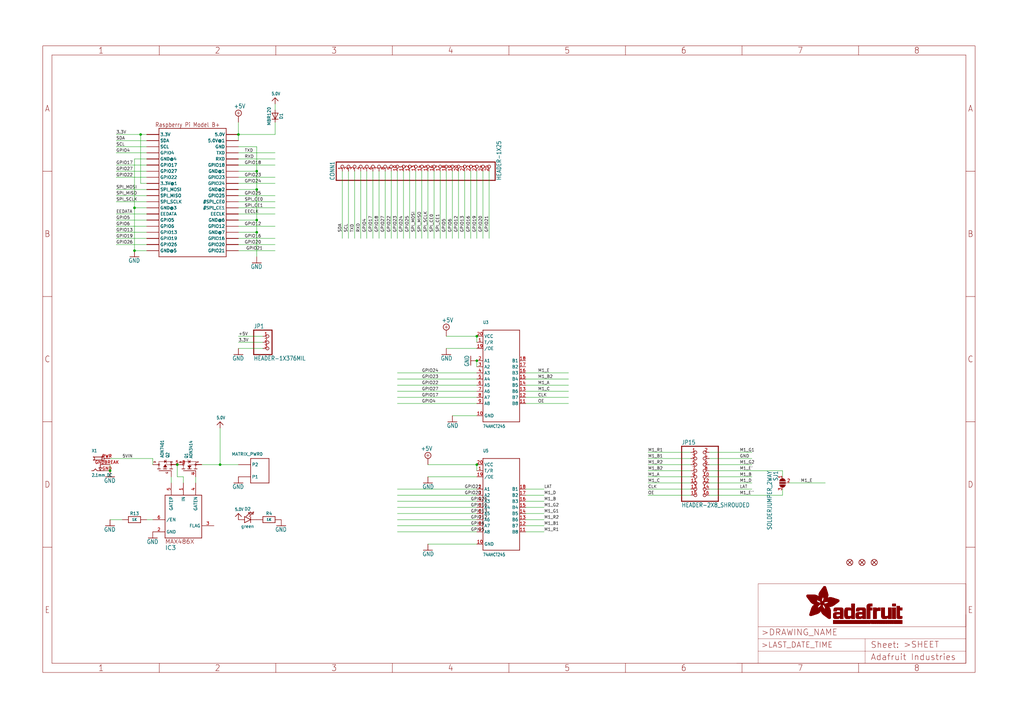
<source format=kicad_sch>
(kicad_sch (version 20211123) (generator eeschema)
  (paper "User" 425.45 299.161)
  (lib_symbols
    (symbol "eagleSchem-eagle-import:+5V" (power)
      (property "Value" "+5V" (at -1.905 3.175 0))
      (symbol "+5V_1_0"
        (pin power_in line (at 0 -2.54 90) (length 2.54) (name "+5V") (number "1"))
      )
    )
    (symbol "eagleSchem-eagle-import:5.0V" (power)
      (property "Value" "5.0V" (at -1.524 1.016 0))
      (symbol "5.0V_1_0"
        (pin power_in line (at 0 -2.54 90) (length 2.54) (name "5.0V") (number "1"))
      )
    )
    (symbol "eagleSchem-eagle-import:74LCX245"
      (property "Reference" "U" (at -7.62 22.86 0))
      (property "Value" "74LCX245" (at -7.62 -20.32 0))
      (symbol "74LCX245_1_0"
        (pin bidirectional line (at -10.16 15.24 0) (length 2.54) (name "T/R") (number "1"))
        (pin bidirectional line (at -10.16 -15.24 0) (length 2.54) (name "GND") (number "10"))
        (pin bidirectional line (at 10.16 -10.16 180) (length 2.54) (name "B8") (number "11"))
        (pin bidirectional line (at 10.16 -7.62 180) (length 2.54) (name "B7") (number "12"))
        (pin bidirectional line (at 10.16 -5.08 180) (length 2.54) (name "B6") (number "13"))
        (pin bidirectional line (at 10.16 -2.54 180) (length 2.54) (name "B5") (number "14"))
        (pin bidirectional line (at 10.16 0 180) (length 2.54) (name "B4") (number "15"))
        (pin bidirectional line (at 10.16 2.54 180) (length 2.54) (name "B3") (number "16"))
        (pin bidirectional line (at 10.16 5.08 180) (length 2.54) (name "B2") (number "17"))
        (pin bidirectional line (at 10.16 7.62 180) (length 2.54) (name "B1") (number "18"))
        (pin bidirectional line (at -10.16 12.7 0) (length 2.54) (name "/OE") (number "19"))
        (pin bidirectional line (at -10.16 7.62 0) (length 2.54) (name "A1") (number "2"))
        (pin bidirectional line (at -10.16 17.78 0) (length 2.54) (name "VCC") (number "20"))
        (pin bidirectional line (at -10.16 5.08 0) (length 2.54) (name "A2") (number "3"))
        (pin bidirectional line (at -10.16 2.54 0) (length 2.54) (name "A3") (number "4"))
        (pin bidirectional line (at -10.16 0 0) (length 2.54) (name "A4") (number "5"))
        (pin bidirectional line (at -10.16 -2.54 0) (length 2.54) (name "A5") (number "6"))
        (pin bidirectional line (at -10.16 -5.08 0) (length 2.54) (name "A6") (number "7"))
        (pin bidirectional line (at -10.16 -7.62 0) (length 2.54) (name "A7") (number "8"))
        (pin bidirectional line (at -10.16 -10.16 0) (length 2.54) (name "A8") (number "9"))
      )
    )
    (symbol "eagleSchem-eagle-import:DCBARRELPTH"
      (property "Reference" "X" (at -5.08 5.08 0))
      (property "Value" "DCBARRELPTH" (at -5.08 -5.08 0))
      (symbol "DCBARRELPTH_1_0"
        (pin power_in line (at 2.54 -2.54 180) (length 2.54) (name "GND") (number "GND"))
        (pin power_in line (at 2.54 0 180) (length 2.54) (name "GNDBREAK") (number "GNDBREAK"))
        (pin power_in line (at 2.54 2.54 180) (length 2.54) (name "PWR") (number "PWR"))
      )
    )
    (symbol "eagleSchem-eagle-import:DIODESOD-123"
      (property "Reference" "D" (at 0 2.54 0))
      (property "Value" "DIODESOD-123" (at 0 -2.5 0))
      (symbol "DIODESOD-123_1_0"
        (pin passive line (at -2.54 0 0) (length 2.54) (name "A") (number "A"))
        (pin passive line (at 2.54 0 180) (length 2.54) (name "C") (number "C"))
      )
    )
    (symbol "eagleSchem-eagle-import:FIDUCIAL_1MM")
    (symbol "eagleSchem-eagle-import:FRAME_A3_ADAFRUIT"
      (symbol "FRAME_A3_ADAFRUIT_0_0"
        (text "1" (at 24.2094 1.905 0) (effects (font (size 2.54 2.286))))
        (text "1" (at 24.2094 258.445 0) (effects (font (size 2.54 2.286))))
        (text "2" (at 72.6281 1.905 0) (effects (font (size 2.54 2.286))))
        (text "2" (at 72.6281 258.445 0) (effects (font (size 2.54 2.286))))
        (text "3" (at 121.0469 1.905 0) (effects (font (size 2.54 2.286))))
        (text "3" (at 121.0469 258.445 0) (effects (font (size 2.54 2.286))))
        (text "4" (at 169.4656 1.905 0) (effects (font (size 2.54 2.286))))
        (text "4" (at 169.4656 258.445 0) (effects (font (size 2.54 2.286))))
        (text "5" (at 217.8844 1.905 0) (effects (font (size 2.54 2.286))))
        (text "5" (at 217.8844 258.445 0) (effects (font (size 2.54 2.286))))
        (text "6" (at 266.3031 1.905 0) (effects (font (size 2.54 2.286))))
        (text "6" (at 266.3031 258.445 0) (effects (font (size 2.54 2.286))))
        (text "7" (at 314.7219 1.905 0) (effects (font (size 2.54 2.286))))
        (text "7" (at 314.7219 258.445 0) (effects (font (size 2.54 2.286))))
        (text "8" (at 363.1406 1.905 0) (effects (font (size 2.54 2.286))))
        (text "8" (at 363.1406 258.445 0) (effects (font (size 2.54 2.286))))
        (text "A" (at 1.905 234.315 0) (effects (font (size 2.54 2.286))))
        (text "A" (at 385.445 234.315 0) (effects (font (size 2.54 2.286))))
        (text "B" (at 1.905 182.245 0) (effects (font (size 2.54 2.286))))
        (text "B" (at 385.445 182.245 0) (effects (font (size 2.54 2.286))))
        (text "C" (at 1.905 130.175 0) (effects (font (size 2.54 2.286))))
        (text "C" (at 385.445 130.175 0) (effects (font (size 2.54 2.286))))
        (text "D" (at 1.905 78.105 0) (effects (font (size 2.54 2.286))))
        (text "D" (at 385.445 78.105 0) (effects (font (size 2.54 2.286))))
        (text "E" (at 1.905 26.035 0) (effects (font (size 2.54 2.286))))
        (text "E" (at 385.445 26.035 0) (effects (font (size 2.54 2.286))))
      )
      (symbol "FRAME_A3_ADAFRUIT_1_0"
        (text ">DRAWING_NAME" (at 298.45 15.24 0) (effects (font (size 2.54 2.54)) (justify left bottom)))
        (text ">LAST_DATE_TIME" (at 298.45 10.16 0) (effects (font (size 2.286 2.286)) (justify left bottom)))
        (text ">SHEET" (at 357.505 10.16 0) (effects (font (size 2.54 2.54)) (justify left bottom)))
        (text "Adafruit Industries" (at 343.916 4.953 0) (effects (font (size 2.54 2.54)) (justify left bottom)))
        (text "Sheet:" (at 343.916 10.033 0) (effects (font (size 2.54 2.54)) (justify left bottom)))
      )
    )
    (symbol "eagleSchem-eagle-import:GND" (power)
      (property "Value" "GND" (at -2.54 -2.54 0))
      (symbol "GND_1_0"
        (pin power_in line (at 0 2.54 270) (length 2.54) (name "GND") (number "1"))
      )
    )
    (symbol "eagleSchem-eagle-import:HEADER-1X25"
      (property "Reference" "CONN" (at -3.81 33.655 0))
      (property "Value" "HEADER-1X25" (at -3.81 -35.56 0))
      (symbol "HEADER-1X25_1_0"
        (pin passive inverted (at 0 30.48 0) (length 2.54) (name "1") (number "1"))
        (pin passive inverted (at 0 7.62 0) (length 2.54) (name "10") (number "10"))
        (pin passive inverted (at 0 5.08 0) (length 2.54) (name "11") (number "11"))
        (pin passive inverted (at 0 2.54 0) (length 2.54) (name "12") (number "12"))
        (pin passive inverted (at 0 0 0) (length 2.54) (name "13") (number "13"))
        (pin passive inverted (at 0 -2.54 0) (length 2.54) (name "14") (number "14"))
        (pin passive inverted (at 0 -5.08 0) (length 2.54) (name "15") (number "15"))
        (pin passive inverted (at 0 -7.62 0) (length 2.54) (name "16") (number "16"))
        (pin passive inverted (at 0 -10.16 0) (length 2.54) (name "17") (number "17"))
        (pin passive inverted (at 0 -12.7 0) (length 2.54) (name "18") (number "18"))
        (pin passive inverted (at 0 -15.24 0) (length 2.54) (name "19") (number "19"))
        (pin passive inverted (at 0 27.94 0) (length 2.54) (name "2") (number "2"))
        (pin passive inverted (at 0 -17.78 0) (length 2.54) (name "20") (number "20"))
        (pin passive inverted (at 0 -20.32 0) (length 2.54) (name "21") (number "21"))
        (pin passive inverted (at 0 -22.86 0) (length 2.54) (name "22") (number "22"))
        (pin passive inverted (at 0 -25.4 0) (length 2.54) (name "23") (number "23"))
        (pin passive inverted (at 0 -27.94 0) (length 2.54) (name "24") (number "24"))
        (pin passive inverted (at 0 -30.48 0) (length 2.54) (name "25") (number "25"))
        (pin passive inverted (at 0 25.4 0) (length 2.54) (name "3") (number "3"))
        (pin passive inverted (at 0 22.86 0) (length 2.54) (name "4") (number "4"))
        (pin passive inverted (at 0 20.32 0) (length 2.54) (name "5") (number "5"))
        (pin passive inverted (at 0 17.78 0) (length 2.54) (name "6") (number "6"))
        (pin passive inverted (at 0 15.24 0) (length 2.54) (name "7") (number "7"))
        (pin passive inverted (at 0 12.7 0) (length 2.54) (name "8") (number "8"))
        (pin passive inverted (at 0 10.16 0) (length 2.54) (name "9") (number "9"))
      )
    )
    (symbol "eagleSchem-eagle-import:HEADER-1X376MIL"
      (property "Reference" "JP" (at -6.35 5.715 0))
      (property "Value" "HEADER-1X376MIL" (at -6.35 -7.62 0))
      (symbol "HEADER-1X376MIL_1_0"
        (pin passive inverted (at -2.54 2.54 0) (length 2.54) (name "1") (number "1"))
        (pin passive inverted (at -2.54 0 0) (length 2.54) (name "2") (number "2"))
        (pin passive inverted (at -2.54 -2.54 0) (length 2.54) (name "3") (number "3"))
      )
    )
    (symbol "eagleSchem-eagle-import:HEADER-2X8_SHROUDED"
      (property "Reference" "JP" (at -8.89 10.795 0))
      (property "Value" "HEADER-2X8_SHROUDED" (at -8.89 -15.24 0))
      (symbol "HEADER-2X8_SHROUDED_1_0"
        (pin passive inverted (at -5.08 7.62 0) (length 2.54) (name "1") (number "1"))
        (pin passive inverted (at 2.54 -2.54 180) (length 2.54) (name "10") (number "10"))
        (pin passive inverted (at -5.08 -5.08 0) (length 2.54) (name "11") (number "11"))
        (pin passive inverted (at 2.54 -5.08 180) (length 2.54) (name "12") (number "12"))
        (pin passive inverted (at -5.08 -7.62 0) (length 2.54) (name "13") (number "13"))
        (pin passive inverted (at 2.54 -7.62 180) (length 2.54) (name "14") (number "14"))
        (pin passive inverted (at -5.08 -10.16 0) (length 2.54) (name "15") (number "15"))
        (pin passive inverted (at 2.54 -10.16 180) (length 2.54) (name "16") (number "16"))
        (pin passive inverted (at 2.54 7.62 180) (length 2.54) (name "2") (number "2"))
        (pin passive inverted (at -5.08 5.08 0) (length 2.54) (name "3") (number "3"))
        (pin passive inverted (at 2.54 5.08 180) (length 2.54) (name "4") (number "4"))
        (pin passive inverted (at -5.08 2.54 0) (length 2.54) (name "5") (number "5"))
        (pin passive inverted (at 2.54 2.54 180) (length 2.54) (name "6") (number "6"))
        (pin passive inverted (at -5.08 0 0) (length 2.54) (name "7") (number "7"))
        (pin passive inverted (at 2.54 0 180) (length 2.54) (name "8") (number "8"))
        (pin passive inverted (at -5.08 -2.54 0) (length 2.54) (name "9") (number "9"))
      )
    )
    (symbol "eagleSchem-eagle-import:LED0805_NOOUTLINE"
      (property "Reference" "D" (at -1.27 4.445 0))
      (property "Value" "LED0805_NOOUTLINE" (at -1.27 -2.794 0))
      (symbol "LED0805_NOOUTLINE_1_0"
        (pin passive line (at -5.08 0 0) (length 2.54) (name "A") (number "A"))
        (pin passive line (at 2.54 0 180) (length 2.54) (name "C") (number "C"))
      )
    )
    (symbol "eagleSchem-eagle-import:MAX486X{slash}SOT"
      (property "Reference" "IC" (at -7.62 -15.24 0))
      (symbol "MAX486X{slash}SOT_1_0"
        (text "MAX486X" (at -7.62 -12.7 0) (effects (font (size 1.778 1.778)) (justify left bottom)))
        (pin input line (at 0 12.7 270) (length 5.08) (name "IN") (number "1"))
        (pin power_in line (at -12.7 -7.62 0) (length 5.08) (name "GND") (number "2"))
        (pin output line (at 12.7 -5.08 180) (length 5.08) (name "FLAG") (number "3"))
        (pin output line (at 5.08 12.7 270) (length 5.08) (name "GATEN") (number "4"))
        (pin output line (at -5.08 12.7 270) (length 5.08) (name "GATEP") (number "5"))
        (pin input line (at -12.7 -2.54 0) (length 5.08) (name "/EN") (number "6"))
      )
    )
    (symbol "eagleSchem-eagle-import:MOSFET-NPOWERPAK-1212-8"
      (property "Reference" "Q" (at 5.08 0.635 0))
      (property "Value" "MOSFET-NPOWERPAK-1212-8" (at 5.08 -1.27 0))
      (symbol "MOSFET-NPOWERPAK-1212-8_1_0"
        (text "D" (at 3.175 3.175 0) (effects (font (size 0.8128 0.6908)) (justify left bottom)))
        (text "G" (at -1.27 -1.905 0) (effects (font (size 0.8128 0.6908)) (justify left bottom)))
        (text "S" (at 3.175 -3.81 0) (effects (font (size 0.8128 0.6908)) (justify left bottom)))
        (pin bidirectional line (at 2.54 -5.08 90) (length 2.54) (name "S") (number "1"))
        (pin bidirectional line (at 2.54 -5.08 90) (length 2.54) (name "S") (number "2"))
        (pin bidirectional line (at 2.54 -5.08 90) (length 2.54) (name "S") (number "3"))
        (pin bidirectional line (at -2.54 -2.54 0) (length 2.54) (name "G") (number "4"))
        (pin bidirectional line (at 2.54 5.08 270) (length 2.54) (name "D") (number "5-8"))
      )
    )
    (symbol "eagleSchem-eagle-import:MOSFET-P-POWERDI3333"
      (property "Reference" "Q" (at 2.794 0.381 0))
      (property "Value" "MOSFET-P-POWERDI3333" (at 2.794 -1.905 0))
      (symbol "MOSFET-P-POWERDI3333_1_0"
        (text "D" (at 0.635 -3.81 0) (effects (font (size 0.8128 0.6908)) (justify left bottom)))
        (text "G" (at -3.81 1.27 0) (effects (font (size 0.8128 0.6908)) (justify left bottom)))
        (text "S" (at 0.635 3.175 0) (effects (font (size 0.8128 0.6908)) (justify left bottom)))
        (pin passive line (at 0 5.08 270) (length 2.54) (name "S") (number "1"))
        (pin passive line (at 0 5.08 270) (length 2.54) (name "S") (number "2"))
        (pin passive line (at 0 5.08 270) (length 2.54) (name "S") (number "3"))
        (pin passive line (at -5.08 2.54 0) (length 2.54) (name "G") (number "4"))
        (pin passive line (at 0 -5.08 90) (length 2.54) (name "D") (number "5678"))
      )
    )
    (symbol "eagleSchem-eagle-import:PINHEAD"
      (symbol "PINHEAD_1_0"
        (pin bidirectional line (at 7.62 2.54 180) (length 5.08) (name "P1") (number "P$3"))
        (pin bidirectional line (at 7.62 -2.54 180) (length 5.08) (name "P2") (number "P$4"))
      )
    )
    (symbol "eagleSchem-eagle-import:RASPBERRYPI_BPLUS_BONNET_THMSMT"
      (symbol "RASPBERRYPI_BPLUS_BONNET_THMSMT_1_0"
        (text "Raspberry Pi Model B+" (at 12.7 25.4 0) (effects (font (size 1.778 1.5113)) (justify right top)))
        (pin power_in line (at -17.78 20.32 0) (length 5.08) (name "3.3V") (number "1"))
        (pin bidirectional line (at 20.32 10.16 180) (length 5.08) (name "RXD") (number "10"))
        (pin bidirectional line (at -17.78 7.62 0) (length 5.08) (name "GPIO17") (number "11"))
        (pin bidirectional line (at 20.32 7.62 180) (length 5.08) (name "GPIO18") (number "12"))
        (pin bidirectional line (at -17.78 5.08 0) (length 5.08) (name "GPIO27") (number "13"))
        (pin power_in line (at 20.32 5.08 180) (length 5.08) (name "GND@1") (number "14"))
        (pin bidirectional line (at -17.78 2.54 0) (length 5.08) (name "GPIO22") (number "15"))
        (pin bidirectional line (at 20.32 2.54 180) (length 5.08) (name "GPIO23") (number "16"))
        (pin power_in line (at -17.78 0 0) (length 5.08) (name "3.3V@1") (number "17"))
        (pin bidirectional line (at 20.32 0 180) (length 5.08) (name "GPIO24") (number "18"))
        (pin bidirectional line (at -17.78 -2.54 0) (length 5.08) (name "SPI_MOSI") (number "19"))
        (pin power_in line (at 20.32 20.32 180) (length 5.08) (name "5.0V") (number "2"))
        (pin power_in line (at 20.32 -2.54 180) (length 5.08) (name "GND@2") (number "20"))
        (pin bidirectional line (at -17.78 -5.08 0) (length 5.08) (name "SPI_MISO") (number "21"))
        (pin bidirectional line (at 20.32 -5.08 180) (length 5.08) (name "GPIO25") (number "22"))
        (pin bidirectional line (at -17.78 -7.62 0) (length 5.08) (name "SPI_SCLK") (number "23"))
        (pin bidirectional line (at 20.32 -7.62 180) (length 5.08) (name "#SPI_CE0") (number "24"))
        (pin power_in line (at -17.78 -10.16 0) (length 5.08) (name "GND@3") (number "25"))
        (pin bidirectional line (at 20.32 -10.16 180) (length 5.08) (name "#SPI_CE1") (number "26"))
        (pin bidirectional line (at -17.78 -12.7 0) (length 5.08) (name "EEDATA") (number "27"))
        (pin bidirectional line (at 20.32 -12.7 180) (length 5.08) (name "EECLK") (number "28"))
        (pin bidirectional line (at -17.78 -15.24 0) (length 5.08) (name "GPIO5") (number "29"))
        (pin bidirectional line (at -17.78 17.78 0) (length 5.08) (name "SDA") (number "3"))
        (pin power_in line (at 20.32 -15.24 180) (length 5.08) (name "GND@6") (number "30"))
        (pin bidirectional line (at -17.78 -17.78 0) (length 5.08) (name "GPIO6") (number "31"))
        (pin bidirectional line (at 20.32 -17.78 180) (length 5.08) (name "GPIO12") (number "32"))
        (pin bidirectional line (at -17.78 -20.32 0) (length 5.08) (name "GPIO13") (number "33"))
        (pin power_in line (at 20.32 -20.32 180) (length 5.08) (name "GND@7") (number "34"))
        (pin bidirectional line (at -17.78 -22.86 0) (length 5.08) (name "GPIO19") (number "35"))
        (pin bidirectional line (at 20.32 -22.86 180) (length 5.08) (name "GPIO16") (number "36"))
        (pin bidirectional line (at -17.78 -25.4 0) (length 5.08) (name "GPIO26") (number "37"))
        (pin bidirectional line (at 20.32 -25.4 180) (length 5.08) (name "GPIO20") (number "38"))
        (pin power_in line (at -17.78 -27.94 0) (length 5.08) (name "GND@5") (number "39"))
        (pin power_in line (at 20.32 17.78 180) (length 5.08) (name "5.0V@1") (number "4"))
        (pin bidirectional line (at 20.32 -27.94 180) (length 5.08) (name "GPIO21") (number "40"))
        (pin bidirectional line (at -17.78 15.24 0) (length 5.08) (name "SCL") (number "5"))
        (pin power_in line (at 20.32 15.24 180) (length 5.08) (name "GND") (number "6"))
        (pin bidirectional line (at -17.78 12.7 0) (length 5.08) (name "GPIO4") (number "7"))
        (pin bidirectional line (at 20.32 12.7 180) (length 5.08) (name "TXD") (number "8"))
        (pin power_in line (at -17.78 10.16 0) (length 5.08) (name "GND@4") (number "9"))
        (pin power_in line (at -17.78 20.32 0) (length 5.08) (name "3.3V") (number "S1"))
        (pin bidirectional line (at 20.32 10.16 180) (length 5.08) (name "RXD") (number "S10"))
        (pin bidirectional line (at -17.78 7.62 0) (length 5.08) (name "GPIO17") (number "S11"))
        (pin bidirectional line (at 20.32 7.62 180) (length 5.08) (name "GPIO18") (number "S12"))
        (pin bidirectional line (at -17.78 5.08 0) (length 5.08) (name "GPIO27") (number "S13"))
        (pin power_in line (at 20.32 5.08 180) (length 5.08) (name "GND@1") (number "S14"))
        (pin bidirectional line (at -17.78 2.54 0) (length 5.08) (name "GPIO22") (number "S15"))
        (pin bidirectional line (at 20.32 2.54 180) (length 5.08) (name "GPIO23") (number "S16"))
        (pin power_in line (at -17.78 0 0) (length 5.08) (name "3.3V@1") (number "S17"))
        (pin bidirectional line (at 20.32 0 180) (length 5.08) (name "GPIO24") (number "S18"))
        (pin bidirectional line (at -17.78 -2.54 0) (length 5.08) (name "SPI_MOSI") (number "S19"))
        (pin power_in line (at 20.32 20.32 180) (length 5.08) (name "5.0V") (number "S2"))
        (pin power_in line (at 20.32 -2.54 180) (length 5.08) (name "GND@2") (number "S20"))
        (pin bidirectional line (at -17.78 -5.08 0) (length 5.08) (name "SPI_MISO") (number "S21"))
        (pin bidirectional line (at 20.32 -5.08 180) (length 5.08) (name "GPIO25") (number "S22"))
        (pin bidirectional line (at -17.78 -7.62 0) (length 5.08) (name "SPI_SCLK") (number "S23"))
        (pin bidirectional line (at 20.32 -7.62 180) (length 5.08) (name "#SPI_CE0") (number "S24"))
        (pin power_in line (at -17.78 -10.16 0) (length 5.08) (name "GND@3") (number "S25"))
        (pin bidirectional line (at 20.32 -10.16 180) (length 5.08) (name "#SPI_CE1") (number "S26"))
        (pin bidirectional line (at -17.78 -12.7 0) (length 5.08) (name "EEDATA") (number "S27"))
        (pin bidirectional line (at 20.32 -12.7 180) (length 5.08) (name "EECLK") (number "S28"))
        (pin bidirectional line (at -17.78 -15.24 0) (length 5.08) (name "GPIO5") (number "S29"))
        (pin bidirectional line (at -17.78 17.78 0) (length 5.08) (name "SDA") (number "S3"))
        (pin power_in line (at 20.32 -15.24 180) (length 5.08) (name "GND@6") (number "S30"))
        (pin bidirectional line (at -17.78 -17.78 0) (length 5.08) (name "GPIO6") (number "S31"))
        (pin bidirectional line (at 20.32 -17.78 180) (length 5.08) (name "GPIO12") (number "S32"))
        (pin bidirectional line (at -17.78 -20.32 0) (length 5.08) (name "GPIO13") (number "S33"))
        (pin power_in line (at 20.32 -20.32 180) (length 5.08) (name "GND@7") (number "S34"))
        (pin bidirectional line (at -17.78 -22.86 0) (length 5.08) (name "GPIO19") (number "S35"))
        (pin bidirectional line (at 20.32 -22.86 180) (length 5.08) (name "GPIO16") (number "S36"))
        (pin bidirectional line (at -17.78 -25.4 0) (length 5.08) (name "GPIO26") (number "S37"))
        (pin bidirectional line (at 20.32 -25.4 180) (length 5.08) (name "GPIO20") (number "S38"))
        (pin power_in line (at -17.78 -27.94 0) (length 5.08) (name "GND@5") (number "S39"))
        (pin power_in line (at 20.32 17.78 180) (length 5.08) (name "5.0V@1") (number "S4"))
        (pin bidirectional line (at 20.32 -27.94 180) (length 5.08) (name "GPIO21") (number "S40"))
        (pin bidirectional line (at -17.78 15.24 0) (length 5.08) (name "SCL") (number "S5"))
        (pin power_in line (at 20.32 15.24 180) (length 5.08) (name "GND") (number "S6"))
        (pin bidirectional line (at -17.78 12.7 0) (length 5.08) (name "GPIO4") (number "S7"))
        (pin bidirectional line (at 20.32 12.7 180) (length 5.08) (name "TXD") (number "S8"))
        (pin power_in line (at -17.78 10.16 0) (length 5.08) (name "GND@4") (number "S9"))
      )
    )
    (symbol "eagleSchem-eagle-import:RESISTOR0805_NOOUTLINE"
      (property "Reference" "R" (at 0 2.54 0))
      (property "Value" "RESISTOR0805_NOOUTLINE" (at 0 0 0))
      (symbol "RESISTOR0805_NOOUTLINE_1_0"
        (pin passive line (at -5.08 0 0) (length 2.54) (name "1") (number "1"))
        (pin passive line (at 5.08 0 180) (length 2.54) (name "2") (number "2"))
      )
    )
    (symbol "eagleSchem-eagle-import:SOLDERJUMPER_2WAY"
      (property "Reference" "SJ" (at -5.08 -3.81 0))
      (property "Value" "SOLDERJUMPER_2WAY" (at -5.08 -6.35 0))
      (symbol "SOLDERJUMPER_2WAY_1_0"
        (pin passive line (at -2.54 0 0) (length 0) (name "1") (number "1"))
        (pin passive line (at 0 2.54 270) (length 0) (name "2") (number "2"))
        (pin passive line (at 2.54 0 180) (length 0) (name "3") (number "3"))
      )
    )
  )
  (junction (at 73.66 193.04))
  (junction (at 106.68 71.12))
  (junction (at 99.06 55.88))
  (junction (at 91.44 193.04))
  (junction (at 106.68 91.44))
  (junction (at 198.12 139.7))
  (junction (at 58.42 55.88))
  (junction (at 55.88 86.36))
  (junction (at 106.68 78.74))
  (junction (at 198.12 149.86))
  (junction (at 55.88 104.14))
  (junction (at 198.12 193.04))
  (junction (at 45.72 195.58))
  (junction (at 106.68 96.52))
  (wire (pts (xy 99.06 88.9) (xy 114.3 88.9)))
  (wire (pts (xy 60.96 60.96) (xy 48.26 60.96)))
  (wire (pts (xy 165.1 162.56) (xy 198.12 162.56)))
  (wire (pts (xy 198.12 195.58) (xy 198.12 193.04)))
  (wire (pts (xy 269.24 195.58) (xy 287.02 195.58)))
  (wire (pts (xy 198.12 208.28) (xy 165.1 208.28)))
  (wire (pts (xy 198.12 165.1) (xy 165.1 165.1)))
  (wire (pts (xy 165.1 205.74) (xy 198.12 205.74)))
  (wire (pts (xy 218.44 167.64) (xy 236.22 167.64)))
  (wire (pts (xy 177.8 198.12) (xy 198.12 198.12)))
  (wire (pts (xy 81.28 198.12) (xy 81.28 200.66)))
  (wire (pts (xy 60.96 73.66) (xy 48.26 73.66)))
  (wire (pts (xy 106.68 91.44) (xy 106.68 96.52)))
  (wire (pts (xy 106.68 78.74) (xy 106.68 91.44)))
  (wire (pts (xy 198.12 167.64) (xy 165.1 167.64)))
  (wire (pts (xy 48.26 93.98) (xy 60.96 93.98)))
  (wire (pts (xy 218.44 203.2) (xy 226.06 203.2)))
  (wire (pts (xy 114.3 43.18) (xy 114.3 45.72)))
  (wire (pts (xy 198.12 149.86) (xy 198.12 152.4)))
  (wire (pts (xy 76.2 198.12) (xy 76.2 200.66)))
  (wire (pts (xy 99.06 60.96) (xy 106.68 60.96)))
  (wire (pts (xy 187.96 99.06) (xy 187.96 71.12)))
  (wire (pts (xy 287.02 193.04) (xy 269.24 193.04)))
  (wire (pts (xy 99.06 139.7) (xy 109.22 139.7)))
  (wire (pts (xy 60.96 88.9) (xy 48.26 88.9)))
  (wire (pts (xy 50.8 215.9) (xy 45.72 215.9)))
  (wire (pts (xy 236.22 162.56) (xy 218.44 162.56)))
  (wire (pts (xy 60.96 63.5) (xy 48.26 63.5)))
  (wire (pts (xy 198.12 154.94) (xy 165.1 154.94)))
  (wire (pts (xy 55.88 86.36) (xy 55.88 104.14)))
  (wire (pts (xy 287.02 187.96) (xy 269.24 187.96)))
  (wire (pts (xy 198.12 99.06) (xy 198.12 71.12)))
  (wire (pts (xy 218.44 165.1) (xy 236.22 165.1)))
  (wire (pts (xy 48.26 71.12) (xy 60.96 71.12)))
  (wire (pts (xy 177.8 193.04) (xy 198.12 193.04)))
  (wire (pts (xy 312.42 198.12) (xy 294.64 198.12)))
  (wire (pts (xy 185.42 144.78) (xy 198.12 144.78)))
  (wire (pts (xy 99.06 101.6) (xy 114.3 101.6)))
  (wire (pts (xy 198.12 220.98) (xy 165.1 220.98)))
  (wire (pts (xy 45.72 193.04) (xy 45.72 195.58)))
  (wire (pts (xy 187.96 172.72) (xy 198.12 172.72)))
  (wire (pts (xy 60.96 104.14) (xy 55.88 104.14)))
  (wire (pts (xy 60.96 215.9) (xy 63.5 215.9)))
  (wire (pts (xy 195.58 71.12) (xy 195.58 99.06)))
  (wire (pts (xy 99.06 68.58) (xy 114.3 68.58)))
  (wire (pts (xy 198.12 210.82) (xy 165.1 210.82)))
  (wire (pts (xy 99.06 50.8) (xy 99.06 55.88)))
  (wire (pts (xy 167.64 99.06) (xy 167.64 71.12)))
  (wire (pts (xy 73.66 193.04) (xy 73.66 198.12)))
  (wire (pts (xy 327.66 200.66) (xy 342.9 200.66)))
  (wire (pts (xy 198.12 157.48) (xy 165.1 157.48)))
  (wire (pts (xy 218.44 160.02) (xy 236.22 160.02)))
  (wire (pts (xy 60.96 55.88) (xy 58.42 55.88)))
  (wire (pts (xy 142.24 71.12) (xy 142.24 99.06)))
  (wire (pts (xy 287.02 198.12) (xy 269.24 198.12)))
  (wire (pts (xy 45.72 190.5) (xy 63.5 190.5)))
  (wire (pts (xy 106.68 71.12) (xy 106.68 78.74)))
  (wire (pts (xy 48.26 91.44) (xy 60.96 91.44)))
  (wire (pts (xy 218.44 218.44) (xy 226.06 218.44)))
  (wire (pts (xy 294.64 195.58) (xy 325.12 195.58)))
  (wire (pts (xy 60.96 68.58) (xy 48.26 68.58)))
  (wire (pts (xy 325.12 203.2) (xy 325.12 205.74)))
  (wire (pts (xy 269.24 205.74) (xy 287.02 205.74)))
  (wire (pts (xy 218.44 154.94) (xy 236.22 154.94)))
  (wire (pts (xy 83.82 193.04) (xy 91.44 193.04)))
  (wire (pts (xy 91.44 193.04) (xy 99.06 193.04)))
  (wire (pts (xy 106.68 96.52) (xy 106.68 106.68)))
  (wire (pts (xy 99.06 99.06) (xy 114.3 99.06)))
  (wire (pts (xy 226.06 210.82) (xy 218.44 210.82)))
  (wire (pts (xy 157.48 99.06) (xy 157.48 71.12)))
  (wire (pts (xy 269.24 190.5) (xy 287.02 190.5)))
  (wire (pts (xy 99.06 63.5) (xy 114.3 63.5)))
  (wire (pts (xy 198.12 203.2) (xy 165.1 203.2)))
  (wire (pts (xy 294.64 200.66) (xy 312.42 200.66)))
  (wire (pts (xy 99.06 86.36) (xy 114.3 86.36)))
  (wire (pts (xy 312.42 187.96) (xy 294.64 187.96)))
  (wire (pts (xy 58.42 55.88) (xy 48.26 55.88)))
  (wire (pts (xy 182.88 99.06) (xy 182.88 71.12)))
  (wire (pts (xy 144.78 99.06) (xy 144.78 71.12)))
  (wire (pts (xy 236.22 157.48) (xy 218.44 157.48)))
  (wire (pts (xy 185.42 139.7) (xy 198.12 139.7)))
  (wire (pts (xy 226.06 215.9) (xy 218.44 215.9)))
  (wire (pts (xy 287.02 203.2) (xy 269.24 203.2)))
  (wire (pts (xy 48.26 101.6) (xy 60.96 101.6)))
  (wire (pts (xy 198.12 213.36) (xy 165.1 213.36)))
  (wire (pts (xy 172.72 99.06) (xy 172.72 71.12)))
  (wire (pts (xy 190.5 71.12) (xy 190.5 99.06)))
  (wire (pts (xy 325.12 195.58) (xy 325.12 198.12)))
  (wire (pts (xy 60.96 58.42) (xy 48.26 58.42)))
  (wire (pts (xy 55.88 66.04) (xy 60.96 66.04)))
  (wire (pts (xy 58.42 76.2) (xy 58.42 55.88)))
  (wire (pts (xy 149.86 99.06) (xy 149.86 71.12)))
  (wire (pts (xy 99.06 78.74) (xy 106.68 78.74)))
  (wire (pts (xy 185.42 71.12) (xy 185.42 99.06)))
  (wire (pts (xy 99.06 58.42) (xy 99.06 55.88)))
  (wire (pts (xy 99.06 71.12) (xy 106.68 71.12)))
  (wire (pts (xy 99.06 144.78) (xy 109.22 144.78)))
  (wire (pts (xy 106.68 60.96) (xy 106.68 71.12)))
  (wire (pts (xy 162.56 99.06) (xy 162.56 71.12)))
  (wire (pts (xy 63.5 193.04) (xy 63.5 190.5)))
  (wire (pts (xy 312.42 193.04) (xy 294.64 193.04)))
  (wire (pts (xy 114.3 50.8) (xy 114.3 55.88)))
  (wire (pts (xy 48.26 78.74) (xy 60.96 78.74)))
  (wire (pts (xy 294.64 190.5) (xy 312.42 190.5)))
  (wire (pts (xy 147.32 71.12) (xy 147.32 99.06)))
  (wire (pts (xy 170.18 71.12) (xy 170.18 99.06)))
  (wire (pts (xy 226.06 220.98) (xy 218.44 220.98)))
  (wire (pts (xy 99.06 91.44) (xy 106.68 91.44)))
  (wire (pts (xy 165.1 160.02) (xy 198.12 160.02)))
  (wire (pts (xy 99.06 96.52) (xy 106.68 96.52)))
  (wire (pts (xy 165.1 71.12) (xy 165.1 99.06)))
  (wire (pts (xy 226.06 208.28) (xy 218.44 208.28)))
  (wire (pts (xy 294.64 205.74) (xy 325.12 205.74)))
  (wire (pts (xy 91.44 193.04) (xy 91.44 177.8)))
  (wire (pts (xy 114.3 66.04) (xy 99.06 66.04)))
  (wire (pts (xy 99.06 76.2) (xy 114.3 76.2)))
  (wire (pts (xy 198.12 218.44) (xy 165.1 218.44)))
  (wire (pts (xy 99.06 81.28) (xy 114.3 81.28)))
  (wire (pts (xy 99.06 83.82) (xy 114.3 83.82)))
  (wire (pts (xy 198.12 142.24) (xy 198.12 139.7)))
  (wire (pts (xy 180.34 71.12) (xy 180.34 99.06)))
  (wire (pts (xy 154.94 99.06) (xy 154.94 71.12)))
  (wire (pts (xy 55.88 86.36) (xy 55.88 66.04)))
  (wire (pts (xy 99.06 104.14) (xy 114.3 104.14)))
  (wire (pts (xy 218.44 213.36) (xy 226.06 213.36)))
  (wire (pts (xy 58.42 76.2) (xy 60.96 76.2)))
  (wire (pts (xy 152.4 71.12) (xy 152.4 99.06)))
  (wire (pts (xy 71.12 198.12) (xy 71.12 200.66)))
  (wire (pts (xy 48.26 96.52) (xy 60.96 96.52)))
  (wire (pts (xy 55.88 86.36) (xy 60.96 86.36)))
  (wire (pts (xy 48.26 99.06) (xy 60.96 99.06)))
  (wire (pts (xy 109.22 142.24) (xy 99.06 142.24)))
  (wire (pts (xy 99.06 93.98) (xy 114.3 93.98)))
  (wire (pts (xy 193.04 99.06) (xy 193.04 71.12)))
  (wire (pts (xy 99.06 55.88) (xy 114.3 55.88)))
  (wire (pts (xy 73.66 198.12) (xy 76.2 198.12)))
  (wire (pts (xy 177.8 99.06) (xy 177.8 71.12)))
  (wire (pts (xy 226.06 205.74) (xy 218.44 205.74)))
  (wire (pts (xy 203.2 99.06) (xy 203.2 71.12)))
  (wire (pts (xy 48.26 83.82) (xy 60.96 83.82)))
  (wire (pts (xy 312.42 203.2) (xy 294.64 203.2)))
  (wire (pts (xy 200.66 71.12) (xy 200.66 99.06)))
  (wire (pts (xy 99.06 73.66) (xy 114.3 73.66)))
  (wire (pts (xy 165.1 215.9) (xy 198.12 215.9)))
  (wire (pts (xy 175.26 71.12) (xy 175.26 99.06)))
  (wire (pts (xy 48.26 81.28) (xy 60.96 81.28)))
  (wire (pts (xy 269.24 200.66) (xy 287.02 200.66)))
  (wire (pts (xy 177.8 226.06) (xy 198.12 226.06)))
  (wire (pts (xy 160.02 71.12) (xy 160.02 99.06)))
  (label "M1_E" (at 223.52 154.94 0) (effects (font (size 1.2446 1.2446))))
  (label "GPIO24" (at 167.64 96.52 90) (effects (font (size 1.2446 1.2446))))
  (label "M1_E" (at 332.74 200.66 0) (effects (font (size 1.2446 1.2446))))
  (label "GPIO26" (at 195.58 208.28 0) (effects (font (size 1.2446 1.2446))))
  (label "GPIO24" (at 101.6 76.2 0) (effects (font (size 1.2446 1.2446))))
  (label "GPIO22" (at 175.26 160.02 0) (effects (font (size 1.2446 1.2446))))
  (label "M1_R2" (at 226.06 215.9 0) (effects (font (size 1.2446 1.2446))))
  (label "M1_D" (at 307.34 200.66 0) (effects (font (size 1.2446 1.2446))))
  (label "LAT" (at 307.34 203.2 0) (effects (font (size 1.2446 1.2446))))
  (label "SDA" (at 142.24 96.52 90) (effects (font (size 1.2446 1.2446))))
  (label "3.3V" (at 48.26 55.88 0) (effects (font (size 1.2446 1.2446))))
  (label "M1_G2" (at 307.34 193.04 0) (effects (font (size 1.2446 1.2446))))
  (label "SDA" (at 48.26 58.42 0) (effects (font (size 1.2446 1.2446))))
  (label "GPIO27" (at 160.02 96.52 90) (effects (font (size 1.2446 1.2446))))
  (label "GPIO5" (at 48.26 91.44 0) (effects (font (size 1.2446 1.2446))))
  (label "GPIO27" (at 48.26 71.12 0) (effects (font (size 1.2446 1.2446))))
  (label "GPIO16" (at 101.6 99.06 0) (effects (font (size 1.2446 1.2446))))
  (label "GPIO12" (at 101.6 93.98 0) (effects (font (size 1.2446 1.2446))))
  (label "GPIO27" (at 175.26 162.56 0) (effects (font (size 1.2446 1.2446))))
  (label "GPIO20" (at 200.66 96.52 90) (effects (font (size 1.2446 1.2446))))
  (label "GPIO4" (at 175.26 167.64 0) (effects (font (size 1.2446 1.2446))))
  (label "RXD" (at 149.86 96.52 90) (effects (font (size 1.2446 1.2446))))
  (label "5VIN" (at 50.8 190.5 0) (effects (font (size 1.2446 1.2446))))
  (label "TXD" (at 101.6 63.5 0) (effects (font (size 1.2446 1.2446))))
  (label "GPIO26" (at 48.26 101.6 0) (effects (font (size 1.2446 1.2446))))
  (label "GPIO18" (at 101.6 68.58 0) (effects (font (size 1.2446 1.2446))))
  (label "SPI_MOSI" (at 172.72 96.52 90) (effects (font (size 1.2446 1.2446))))
  (label "+5V" (at 99.06 139.7 0) (effects (font (size 1.2446 1.2446))))
  (label "GPIO23" (at 175.26 157.48 0) (effects (font (size 1.2446 1.2446))))
  (label "M1_B" (at 307.34 198.12 0) (effects (font (size 1.2446 1.2446))))
  (label "GPIO6" (at 187.96 96.52 90) (effects (font (size 1.2446 1.2446))))
  (label "EECLK" (at 101.6 88.9 0) (effects (font (size 1.2446 1.2446))))
  (label "M1_D" (at 226.06 205.74 0) (effects (font (size 1.2446 1.2446))))
  (label "3.3V" (at 99.06 142.24 0) (effects (font (size 1.2446 1.2446))))
  (label "SPI_CE0" (at 101.6 83.82 0) (effects (font (size 1.2446 1.2446))))
  (label "SPI_CE0" (at 180.34 96.52 90) (effects (font (size 1.2446 1.2446))))
  (label "M1_R1" (at 269.24 187.96 0) (effects (font (size 1.2446 1.2446))))
  (label "SPI_SCLK" (at 48.26 83.82 0) (effects (font (size 1.2446 1.2446))))
  (label "GPIO25" (at 170.18 96.52 90) (effects (font (size 1.2446 1.2446))))
  (label "TXD" (at 147.32 96.52 90) (effects (font (size 1.2446 1.2446))))
  (label "GPIO12" (at 190.5 96.52 90) (effects (font (size 1.2446 1.2446))))
  (label "GPIO17" (at 175.26 165.1 0) (effects (font (size 1.2446 1.2446))))
  (label "M1_R1" (at 226.06 220.98 0) (effects (font (size 1.2446 1.2446))))
  (label "GPIO13" (at 195.58 213.36 0) (effects (font (size 1.2446 1.2446))))
  (label "GPIO20" (at 193.04 205.74 0) (effects (font (size 1.2446 1.2446))))
  (label "GPIO20" (at 101.6 101.6 0) (effects (font (size 1.2446 1.2446))))
  (label "M1_B2" (at 223.52 157.48 0) (effects (font (size 1.2446 1.2446))))
  (label "GPIO6" (at 195.58 218.44 0) (effects (font (size 1.2446 1.2446))))
  (label "GPIO16" (at 195.58 96.52 90) (effects (font (size 1.2446 1.2446))))
  (label "GPIO23" (at 101.6 73.66 0) (effects (font (size 1.2446 1.2446))))
  (label "GPIO19" (at 48.26 99.06 0) (effects (font (size 1.2446 1.2446))))
  (label "GPIO25" (at 101.6 81.28 0) (effects (font (size 1.2446 1.2446))))
  (label "M1_E''" (at 307.34 205.74 0) (effects (font (size 1.2446 1.2446))))
  (label "EEDATA" (at 48.26 88.9 0) (effects (font (size 1.2446 1.2446))))
  (label "GPIO4" (at 48.26 63.5 0) (effects (font (size 1.2446 1.2446))))
  (label "M1_C" (at 269.24 200.66 0) (effects (font (size 1.2446 1.2446))))
  (label "SPI_MISO" (at 48.26 81.28 0) (effects (font (size 1.2446 1.2446))))
  (label "GND" (at 307.34 190.5 0) (effects (font (size 1.2446 1.2446))))
  (label "GPIO13" (at 193.04 96.52 90) (effects (font (size 1.2446 1.2446))))
  (label "M1_R2" (at 269.24 193.04 0) (effects (font (size 1.2446 1.2446))))
  (label "GPIO19" (at 198.12 96.52 90) (effects (font (size 1.2446 1.2446))))
  (label "M1_B1" (at 226.06 218.44 0) (effects (font (size 1.2446 1.2446))))
  (label "GPIO16" (at 195.58 210.82 0) (effects (font (size 1.2446 1.2446))))
  (label "GPIO22" (at 162.56 96.52 90) (effects (font (size 1.2446 1.2446))))
  (label "CLK" (at 269.24 203.2 0) (effects (font (size 1.2446 1.2446))))
  (label "M1_G2" (at 226.06 210.82 0) (effects (font (size 1.2446 1.2446))))
  (label "M1_B2" (at 269.24 195.58 0) (effects (font (size 1.2446 1.2446))))
  (label "GPIO18" (at 157.48 96.52 90) (effects (font (size 1.2446 1.2446))))
  (label "GPIO13" (at 48.26 96.52 0) (effects (font (size 1.2446 1.2446))))
  (label "OE" (at 269.24 205.74 0) (effects (font (size 1.2446 1.2446))))
  (label "SPI_MISO" (at 175.26 96.52 90) (effects (font (size 1.2446 1.2446))))
  (label "M1_G1" (at 307.34 187.96 0) (effects (font (size 1.2446 1.2446))))
  (label "GPIO17" (at 48.26 68.58 0) (effects (font (size 1.2446 1.2446))))
  (label "M1_C" (at 223.52 162.56 0) (effects (font (size 1.2446 1.2446))))
  (label "OE" (at 223.52 167.64 0) (effects (font (size 1.2446 1.2446))))
  (label "GPIO5" (at 185.42 96.52 90) (effects (font (size 1.2446 1.2446))))
  (label "SPI_SCLK" (at 177.8 96.52 90) (effects (font (size 1.2446 1.2446))))
  (label "GPIO5" (at 195.58 220.98 0) (effects (font (size 1.2446 1.2446))))
  (label "M1_E'" (at 307.34 195.58 0) (effects (font (size 1.2446 1.2446))))
  (label "GPIO4" (at 152.4 96.52 90) (effects (font (size 1.2446 1.2446))))
  (label "GPIO23" (at 165.1 96.52 90) (effects (font (size 1.2446 1.2446))))
  (label "M1_B" (at 226.06 208.28 0) (effects (font (size 1.2446 1.2446))))
  (label "SPI_MOSI" (at 48.26 78.74 0) (effects (font (size 1.2446 1.2446))))
  (label "GPIO6" (at 48.26 93.98 0) (effects (font (size 1.2446 1.2446))))
  (label "GPIO12" (at 195.58 215.9 0) (effects (font (size 1.2446 1.2446))))
  (label "LAT" (at 226.06 203.2 0) (effects (font (size 1.2446 1.2446))))
  (label "GPIO21" (at 102.235 104.14 0) (effects (font (size 1.2446 1.2446))))
  (label "SPI_CE1" (at 182.88 96.52 90) (effects (font (size 1.2446 1.2446))))
  (label "M1_A" (at 269.24 198.12 0) (effects (font (size 1.2446 1.2446))))
  (label "SCL" (at 48.26 60.96 0) (effects (font (size 1.2446 1.2446))))
  (label "SCL" (at 144.78 96.52 90) (effects (font (size 1.2446 1.2446))))
  (label "RXD" (at 101.6 66.04 0) (effects (font (size 1.2446 1.2446))))
  (label "GPIO17" (at 154.94 96.52 90) (effects (font (size 1.2446 1.2446))))
  (label "M1_G1" (at 226.06 213.36 0) (effects (font (size 1.2446 1.2446))))
  (label "GPIO24" (at 175.26 154.94 0) (effects (font (size 1.2446 1.2446))))
  (label "GPIO22" (at 48.26 73.66 0) (effects (font (size 1.2446 1.2446))))
  (label "GPIO21" (at 193.04 203.2 0) (effects (font (size 1.2446 1.2446))))
  (label "M1_B1" (at 269.24 190.5 0) (effects (font (size 1.2446 1.2446))))
  (label "SPI_CE1" (at 101.6 86.36 0) (effects (font (size 1.2446 1.2446))))
  (label "M1_A" (at 223.52 160.02 0) (effects (font (size 1.2446 1.2446))))
  (label "CLK" (at 223.52 165.1 0) (effects (font (size 1.2446 1.2446))))
  (label "GPIO21" (at 203.2 96.52 90) (effects (font (size 1.2446 1.2446))))
  (symbol (lib_id "eagleSchem-eagle-import:5.0V") (at 91.44 175.26 0) (unit 1)
    (property "Reference" "#U$2" (effects hide))
    (property "Value" "5.0V" (at 89.916 174.244 0) (effects (font (size 1.27 1.0795)) (justify left bottom)))
    (property "Footprint" "eagleSchem:" (effects hide))
  )
  (symbol (lib_id "eagleSchem-eagle-import:74LCX245") (at 208.28 210.82 0) (unit 1)
    (property "Reference" "U5" (at 200.66 187.96 0) (effects (font (size 1.27 1.0795)) (justify left bottom)))
    (property "Value" "74AHCT245" (at 200.66 231.14 0) (effects (font (size 1.27 1.0795)) (justify left bottom)))
    (property "Footprint" "eagleSchem:TSSOP20" (effects hide))
  )
  (symbol (lib_id "eagleSchem-eagle-import:MOSFET-P-POWERDI3333") (at 68.58 193.04 270) (mirror x) (unit 1)
    (property "Reference" "Q2" (at 68.961 190.246 0) (effects (font (size 1.27 1.0795)) (justify left bottom)))
    (property "Value" "AON7401" (at 66.675 190.246 0) (effects (font (size 1.27 1.0795)) (justify left bottom)))
    (property "Footprint" "eagleSchem:POWERDI3333" (effects hide))
  )
  (symbol (lib_id "eagleSchem-eagle-import:5.0V") (at 114.3 40.64 0) (unit 1)
    (property "Reference" "#U$9" (effects hide))
    (property "Value" "5.0V" (at 112.776 39.624 0) (effects (font (size 1.27 1.0795)) (justify left bottom)))
    (property "Footprint" "eagleSchem:" (effects hide))
  )
  (symbol (lib_id "eagleSchem-eagle-import:MOSFET-NPOWERPAK-1212-8") (at 78.74 195.58 90) (unit 1)
    (property "Reference" "Q1" (at 78.105 190.5 0) (effects (font (size 1.27 1.0795)) (justify left bottom)))
    (property "Value" "AON3414" (at 80.01 190.5 0) (effects (font (size 1.27 1.0795)) (justify left bottom)))
    (property "Footprint" "eagleSchem:POWERPAK-1212-8" (effects hide))
  )
  (symbol (lib_id "eagleSchem-eagle-import:SOLDERJUMPER_2WAY") (at 325.12 200.66 270) (unit 1)
    (property "Reference" "SJ1" (at 321.31 195.58 0) (effects (font (size 1.778 1.5113)) (justify left bottom)))
    (property "Value" "SOLDERJUMPER_2WAY" (at 318.77 195.58 0) (effects (font (size 1.778 1.5113)) (justify left bottom)))
    (property "Footprint" "eagleSchem:SOLDERJUMPER_2WAY_OPEN_NOPASTE" (effects hide))
  )
  (symbol (lib_id "eagleSchem-eagle-import:GND") (at 177.8 200.66 0) (mirror y) (unit 1)
    (property "Reference" "#GND13" (effects hide))
    (property "Value" "GND" (at 180.34 203.2 0) (effects (font (size 1.778 1.5113)) (justify left bottom)))
    (property "Footprint" "eagleSchem:" (effects hide))
  )
  (symbol (lib_id "eagleSchem-eagle-import:RASPBERRYPI_BPLUS_BONNET_THMSMT") (at 78.74 76.2 0) (unit 1)
    (property "Reference" "RPI1" (effects hide))
    (property "Value" "RASPBERRYPI_BPLUS_BONNET_THMSMT" (effects hide))
    (property "Footprint" "eagleSchem:PI_BONNET_THMSMT" (effects hide))
  )
  (symbol (lib_id "eagleSchem-eagle-import:GND") (at 45.72 218.44 0) (unit 1)
    (property "Reference" "#GND16" (effects hide))
    (property "Value" "GND" (at 43.18 220.98 0) (effects (font (size 1.778 1.5113)) (justify left bottom)))
    (property "Footprint" "eagleSchem:" (effects hide))
  )
  (symbol (lib_id "eagleSchem-eagle-import:74LCX245") (at 208.28 157.48 0) (unit 1)
    (property "Reference" "U3" (at 200.66 134.62 0) (effects (font (size 1.27 1.0795)) (justify left bottom)))
    (property "Value" "74AHCT245" (at 200.66 177.8 0) (effects (font (size 1.27 1.0795)) (justify left bottom)))
    (property "Footprint" "eagleSchem:TSSOP20" (effects hide))
  )
  (symbol (lib_id "eagleSchem-eagle-import:GND") (at 177.8 228.6 0) (mirror y) (unit 1)
    (property "Reference" "#GND14" (effects hide))
    (property "Value" "GND" (at 180.34 231.14 0) (effects (font (size 1.778 1.5113)) (justify left bottom)))
    (property "Footprint" "eagleSchem:" (effects hide))
  )
  (symbol (lib_id "eagleSchem-eagle-import:GND") (at 55.88 106.68 0) (unit 1)
    (property "Reference" "#GND1" (effects hide))
    (property "Value" "GND" (at 53.34 109.22 0) (effects (font (size 1.778 1.5113)) (justify left bottom)))
    (property "Footprint" "eagleSchem:" (effects hide))
  )
  (symbol (lib_id "eagleSchem-eagle-import:GND") (at 187.96 175.26 0) (mirror y) (unit 1)
    (property "Reference" "#GND11" (effects hide))
    (property "Value" "GND" (at 190.5 177.8 0) (effects (font (size 1.778 1.5113)) (justify left bottom)))
    (property "Footprint" "eagleSchem:" (effects hide))
  )
  (symbol (lib_id "eagleSchem-eagle-import:GND") (at 185.42 147.32 0) (mirror y) (unit 1)
    (property "Reference" "#GND7" (effects hide))
    (property "Value" "GND" (at 187.96 149.86 0) (effects (font (size 1.778 1.5113)) (justify left bottom)))
    (property "Footprint" "eagleSchem:" (effects hide))
  )
  (symbol (lib_id "eagleSchem-eagle-import:HEADER-2X8_SHROUDED") (at 292.1 195.58 0) (unit 1)
    (property "Reference" "JP15" (at 283.21 184.785 0) (effects (font (size 1.778 1.5113)) (justify left bottom)))
    (property "Value" "HEADER-2X8_SHROUDED" (at 283.21 210.82 0) (effects (font (size 1.778 1.5113)) (justify left bottom)))
    (property "Footprint" "eagleSchem:2X08_SHROUDED" (effects hide))
  )
  (symbol (lib_id "eagleSchem-eagle-import:+5V") (at 185.42 137.16 0) (unit 1)
    (property "Reference" "#SUPPLY3" (effects hide))
    (property "Value" "+5V" (at 183.515 133.985 0) (effects (font (size 1.778 1.5113)) (justify left bottom)))
    (property "Footprint" "eagleSchem:" (effects hide))
  )
  (symbol (lib_id "eagleSchem-eagle-import:RESISTOR0805_NOOUTLINE") (at 111.76 215.9 0) (unit 1)
    (property "Reference" "R4" (at 111.76 213.36 0))
    (property "Value" "1K" (at 111.76 215.9 0) (effects (font (size 1.016 1.016) bold)))
    (property "Footprint" "eagleSchem:0805-NO" (effects hide))
  )
  (symbol (lib_id "eagleSchem-eagle-import:GND") (at 99.06 147.32 0) (unit 1)
    (property "Reference" "#GND3" (effects hide))
    (property "Value" "GND" (at 96.52 149.86 0) (effects (font (size 1.778 1.5113)) (justify left bottom)))
    (property "Footprint" "eagleSchem:" (effects hide))
  )
  (symbol (lib_id "eagleSchem-eagle-import:FIDUCIAL_1MM") (at 358.14 233.68 0) (unit 1)
    (property "Reference" "FID1" (effects hide))
    (property "Value" "FIDUCIAL_1MM" (effects hide))
    (property "Footprint" "eagleSchem:FIDUCIAL_1MM" (effects hide))
  )
  (symbol (lib_id "eagleSchem-eagle-import:GND") (at 116.84 218.44 0) (unit 1)
    (property "Reference" "#GND9" (effects hide))
    (property "Value" "GND" (at 114.3 220.98 0) (effects (font (size 1.778 1.5113)) (justify left bottom)))
    (property "Footprint" "eagleSchem:" (effects hide))
  )
  (symbol (lib_id "eagleSchem-eagle-import:5.0V") (at 99.06 213.36 0) (unit 1)
    (property "Reference" "#U$4" (effects hide))
    (property "Value" "5.0V" (at 97.536 212.344 0) (effects (font (size 1.27 1.0795)) (justify left bottom)))
    (property "Footprint" "eagleSchem:" (effects hide))
  )
  (symbol (lib_id "eagleSchem-eagle-import:HEADER-1X376MIL") (at 111.76 142.24 0) (unit 1)
    (property "Reference" "JP1" (at 105.41 136.525 0) (effects (font (size 1.778 1.5113)) (justify left bottom)))
    (property "Value" "HEADER-1X376MIL" (at 105.41 149.86 0) (effects (font (size 1.778 1.5113)) (justify left bottom)))
    (property "Footprint" "eagleSchem:1X03_ROUND_76" (effects hide))
  )
  (symbol (lib_id "eagleSchem-eagle-import:DIODESOD-123") (at 114.3 48.26 270) (unit 1)
    (property "Reference" "D1" (at 116.84 48.26 0))
    (property "Value" "MBR120" (at 111.8 48.26 0))
    (property "Footprint" "eagleSchem:SOD-123" (effects hide))
  )
  (symbol (lib_id "eagleSchem-eagle-import:+5V") (at 177.8 190.5 0) (mirror y) (unit 1)
    (property "Reference" "#SUPPLY4" (effects hide))
    (property "Value" "+5V" (at 179.705 187.325 0) (effects (font (size 1.778 1.5113)) (justify left bottom)))
    (property "Footprint" "eagleSchem:" (effects hide))
  )
  (symbol (lib_id "eagleSchem-eagle-import:MAX486X{slash}SOT") (at 76.2 213.36 0) (unit 1)
    (property "Reference" "IC3" (at 68.58 228.6 0) (effects (font (size 1.778 1.778)) (justify left bottom)))
    (property "Value" "MAX4866T" (effects hide))
    (property "Footprint" "eagleSchem:SOT23-6" (effects hide))
  )
  (symbol (lib_id "eagleSchem-eagle-import:GND") (at 106.68 109.22 0) (unit 1)
    (property "Reference" "#GND2" (effects hide))
    (property "Value" "GND" (at 104.14 111.76 0) (effects (font (size 1.778 1.5113)) (justify left bottom)))
    (property "Footprint" "eagleSchem:" (effects hide))
  )
  (symbol (lib_id "eagleSchem-eagle-import:RESISTOR0805_NOOUTLINE") (at 55.88 215.9 0) (unit 1)
    (property "Reference" "R13" (at 55.88 213.36 0))
    (property "Value" "1K" (at 55.88 215.9 0) (effects (font (size 1.016 1.016) bold)))
    (property "Footprint" "eagleSchem:0805-NO" (effects hide))
  )
  (symbol (lib_id "eagleSchem-eagle-import:+5V") (at 99.06 48.26 0) (unit 1)
    (property "Reference" "#SUPPLY1" (effects hide))
    (property "Value" "+5V" (at 97.155 45.085 0) (effects (font (size 1.778 1.5113)) (justify left bottom)))
    (property "Footprint" "eagleSchem:" (effects hide))
  )
  (symbol (lib_id "eagleSchem-eagle-import:GND") (at 63.5 223.52 0) (unit 1)
    (property "Reference" "#GND15" (effects hide))
    (property "Value" "GND" (at 60.96 226.06 0) (effects (font (size 1.778 1.5113)) (justify left bottom)))
    (property "Footprint" "eagleSchem:" (effects hide))
  )
  (symbol (lib_id "eagleSchem-eagle-import:PINHEAD") (at 106.68 195.58 180) (unit 1)
    (property "Reference" "MATRIX_PWR0" (at 109.22 187.96 0) (effects (justify left bottom)))
    (property "Value" "PINHEAD" (effects hide))
    (property "Footprint" "eagleSchem:TERMBLOCK508" (effects hide))
  )
  (symbol (lib_id "eagleSchem-eagle-import:GND") (at 99.06 200.66 0) (unit 1)
    (property "Reference" "#GND12" (effects hide))
    (property "Value" "GND" (at 96.52 203.2 0) (effects (font (size 1.778 1.5113)) (justify left bottom)))
    (property "Footprint" "eagleSchem:" (effects hide))
  )
  (symbol (lib_id "eagleSchem-eagle-import:GND") (at 195.58 149.86 270) (mirror x) (unit 1)
    (property "Reference" "#GND17" (effects hide))
    (property "Value" "GND" (at 193.04 152.4 0) (effects (font (size 1.778 1.5113)) (justify left bottom)))
    (property "Footprint" "eagleSchem:" (effects hide))
  )
  (symbol (lib_id "eagleSchem-eagle-import:HEADER-1X25") (at 172.72 71.12 90) (unit 1)
    (property "Reference" "CONN1" (at 139.065 74.93 0) (effects (font (size 1.778 1.5113)) (justify left bottom)))
    (property "Value" "HEADER-1X25" (at 208.28 74.93 0) (effects (font (size 1.778 1.5113)) (justify left bottom)))
    (property "Footprint" "eagleSchem:1X25_ROUND_70MIL" (effects hide))
  )
  (symbol (lib_id "eagleSchem-eagle-import:FIDUCIAL_1MM") (at 363.22 233.68 0) (unit 1)
    (property "Reference" "FID2" (effects hide))
    (property "Value" "FIDUCIAL_1MM" (effects hide))
    (property "Footprint" "eagleSchem:FIDUCIAL_1MM" (effects hide))
  )
  (symbol (lib_id "eagleSchem-eagle-import:FRAME_A3_ADAFRUIT") (at 17.78 279.4 0) (unit 1)
    (property "Reference" "#U$5" (effects hide))
    (property "Value" "FRAME_A3_ADAFRUIT" (effects hide))
    (property "Footprint" "eagleSchem:" (effects hide))
  )
  (symbol (lib_id "eagleSchem-eagle-import:GND") (at 45.72 198.12 0) (unit 1)
    (property "Reference" "#GND8" (effects hide))
    (property "Value" "GND" (at 43.18 200.66 0) (effects (font (size 1.778 1.5113)) (justify left bottom)))
    (property "Footprint" "eagleSchem:" (effects hide))
  )
  (symbol (lib_id "eagleSchem-eagle-import:DCBARRELPTH") (at 43.18 193.04 0) (unit 1)
    (property "Reference" "X1" (at 38.1 187.96 0) (effects (font (size 1.27 1.0795)) (justify left bottom)))
    (property "Value" "2.1mm DC" (at 38.1 198.12 0) (effects (font (size 1.27 1.0795)) (justify left bottom)))
    (property "Footprint" "eagleSchem:DCJACK_2MM_PTH" (effects hide))
  )
  (symbol (lib_id "eagleSchem-eagle-import:LED0805_NOOUTLINE") (at 104.14 215.9 0) (unit 1)
    (property "Reference" "D2" (at 102.87 211.455 0))
    (property "Value" "green" (at 102.87 218.694 0))
    (property "Footprint" "eagleSchem:CHIPLED_0805_NOOUTLINE" (effects hide))
  )
  (symbol (lib_id "eagleSchem-eagle-import:FIDUCIAL_1MM") (at 353.06 233.68 0) (unit 1)
    (property "Reference" "FID3" (effects hide))
    (property "Value" "FIDUCIAL_1MM" (effects hide))
    (property "Footprint" "eagleSchem:FIDUCIAL_1MM" (effects hide))
  )
)
</source>
